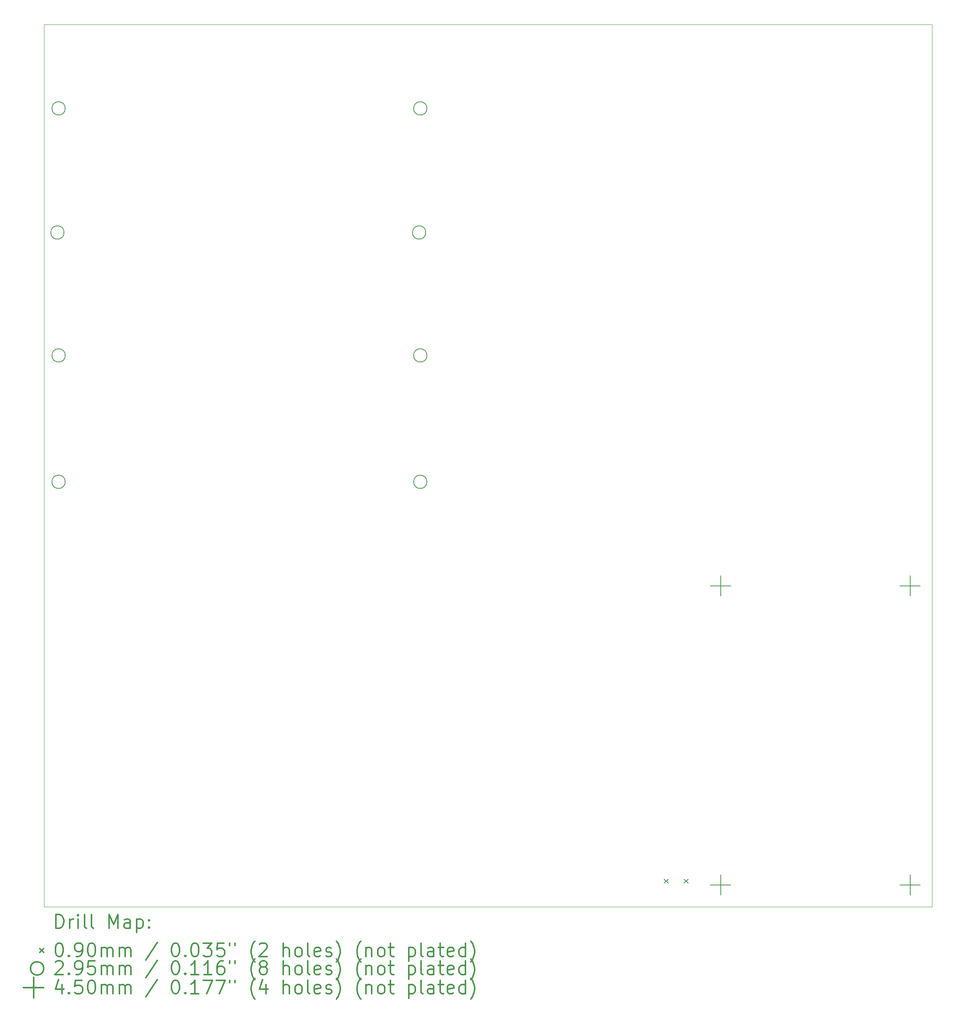
<source format=gbr>
%FSLAX45Y45*%
G04 Gerber Fmt 4.5, Leading zero omitted, Abs format (unit mm)*
G04 Created by KiCad (PCBNEW 4.0.4-stable) date 08/02/17 17:03:04*
%MOMM*%
%LPD*%
G01*
G04 APERTURE LIST*
%ADD10C,0.127000*%
%ADD11C,0.100000*%
%ADD12C,0.200000*%
%ADD13C,0.300000*%
G04 APERTURE END LIST*
D10*
D11*
X1772920Y-21031200D02*
X1772920Y-1526540D01*
X21417280Y-21031200D02*
X1772920Y-21031200D01*
X21417280Y-1524000D02*
X21417280Y-21031200D01*
X1772920Y-1524000D02*
X21417280Y-1524000D01*
D12*
X15490620Y-20417560D02*
X15580620Y-20507560D01*
X15580620Y-20417560D02*
X15490620Y-20507560D01*
X15930620Y-20417560D02*
X16020620Y-20507560D01*
X16020620Y-20417560D02*
X15930620Y-20507560D01*
X2217600Y-6121400D02*
G75*
G03X2217600Y-6121400I-147500J0D01*
G01*
X2243000Y-3378200D02*
G75*
G03X2243000Y-3378200I-147500J0D01*
G01*
X2243000Y-8839200D02*
G75*
G03X2243000Y-8839200I-147500J0D01*
G01*
X2243000Y-11633200D02*
G75*
G03X2243000Y-11633200I-147500J0D01*
G01*
X10218600Y-6121400D02*
G75*
G03X10218600Y-6121400I-147500J0D01*
G01*
X10244000Y-3378200D02*
G75*
G03X10244000Y-3378200I-147500J0D01*
G01*
X10244000Y-8839200D02*
G75*
G03X10244000Y-8839200I-147500J0D01*
G01*
X10244000Y-11633200D02*
G75*
G03X10244000Y-11633200I-147500J0D01*
G01*
X16738600Y-13709440D02*
X16738600Y-14159440D01*
X16513600Y-13934440D02*
X16963600Y-13934440D01*
X16738600Y-20319440D02*
X16738600Y-20769440D01*
X16513600Y-20544440D02*
X16963600Y-20544440D01*
X20929600Y-13709440D02*
X20929600Y-14159440D01*
X20704600Y-13934440D02*
X21154600Y-13934440D01*
X20929600Y-20319440D02*
X20929600Y-20769440D01*
X20704600Y-20544440D02*
X21154600Y-20544440D01*
D13*
X2039348Y-21501914D02*
X2039348Y-21201914D01*
X2110777Y-21201914D01*
X2153634Y-21216200D01*
X2182206Y-21244772D01*
X2196491Y-21273343D01*
X2210777Y-21330486D01*
X2210777Y-21373343D01*
X2196491Y-21430486D01*
X2182206Y-21459057D01*
X2153634Y-21487629D01*
X2110777Y-21501914D01*
X2039348Y-21501914D01*
X2339349Y-21501914D02*
X2339349Y-21301914D01*
X2339349Y-21359057D02*
X2353634Y-21330486D01*
X2367920Y-21316200D01*
X2396491Y-21301914D01*
X2425063Y-21301914D01*
X2525063Y-21501914D02*
X2525063Y-21301914D01*
X2525063Y-21201914D02*
X2510777Y-21216200D01*
X2525063Y-21230486D01*
X2539349Y-21216200D01*
X2525063Y-21201914D01*
X2525063Y-21230486D01*
X2710777Y-21501914D02*
X2682206Y-21487629D01*
X2667920Y-21459057D01*
X2667920Y-21201914D01*
X2867920Y-21501914D02*
X2839348Y-21487629D01*
X2825063Y-21459057D01*
X2825063Y-21201914D01*
X3210777Y-21501914D02*
X3210777Y-21201914D01*
X3310777Y-21416200D01*
X3410777Y-21201914D01*
X3410777Y-21501914D01*
X3682206Y-21501914D02*
X3682206Y-21344772D01*
X3667920Y-21316200D01*
X3639348Y-21301914D01*
X3582206Y-21301914D01*
X3553634Y-21316200D01*
X3682206Y-21487629D02*
X3653634Y-21501914D01*
X3582206Y-21501914D01*
X3553634Y-21487629D01*
X3539348Y-21459057D01*
X3539348Y-21430486D01*
X3553634Y-21401914D01*
X3582206Y-21387629D01*
X3653634Y-21387629D01*
X3682206Y-21373343D01*
X3825063Y-21301914D02*
X3825063Y-21601914D01*
X3825063Y-21316200D02*
X3853634Y-21301914D01*
X3910777Y-21301914D01*
X3939348Y-21316200D01*
X3953634Y-21330486D01*
X3967920Y-21359057D01*
X3967920Y-21444772D01*
X3953634Y-21473343D01*
X3939348Y-21487629D01*
X3910777Y-21501914D01*
X3853634Y-21501914D01*
X3825063Y-21487629D01*
X4096491Y-21473343D02*
X4110777Y-21487629D01*
X4096491Y-21501914D01*
X4082206Y-21487629D01*
X4096491Y-21473343D01*
X4096491Y-21501914D01*
X4096491Y-21316200D02*
X4110777Y-21330486D01*
X4096491Y-21344772D01*
X4082206Y-21330486D01*
X4096491Y-21316200D01*
X4096491Y-21344772D01*
X1677920Y-21951200D02*
X1767920Y-22041200D01*
X1767920Y-21951200D02*
X1677920Y-22041200D01*
X2096491Y-21831914D02*
X2125063Y-21831914D01*
X2153634Y-21846200D01*
X2167920Y-21860486D01*
X2182206Y-21889057D01*
X2196491Y-21946200D01*
X2196491Y-22017629D01*
X2182206Y-22074772D01*
X2167920Y-22103343D01*
X2153634Y-22117629D01*
X2125063Y-22131914D01*
X2096491Y-22131914D01*
X2067920Y-22117629D01*
X2053634Y-22103343D01*
X2039348Y-22074772D01*
X2025063Y-22017629D01*
X2025063Y-21946200D01*
X2039348Y-21889057D01*
X2053634Y-21860486D01*
X2067920Y-21846200D01*
X2096491Y-21831914D01*
X2325063Y-22103343D02*
X2339349Y-22117629D01*
X2325063Y-22131914D01*
X2310777Y-22117629D01*
X2325063Y-22103343D01*
X2325063Y-22131914D01*
X2482206Y-22131914D02*
X2539348Y-22131914D01*
X2567920Y-22117629D01*
X2582206Y-22103343D01*
X2610777Y-22060486D01*
X2625063Y-22003343D01*
X2625063Y-21889057D01*
X2610777Y-21860486D01*
X2596491Y-21846200D01*
X2567920Y-21831914D01*
X2510777Y-21831914D01*
X2482206Y-21846200D01*
X2467920Y-21860486D01*
X2453634Y-21889057D01*
X2453634Y-21960486D01*
X2467920Y-21989057D01*
X2482206Y-22003343D01*
X2510777Y-22017629D01*
X2567920Y-22017629D01*
X2596491Y-22003343D01*
X2610777Y-21989057D01*
X2625063Y-21960486D01*
X2810777Y-21831914D02*
X2839348Y-21831914D01*
X2867920Y-21846200D01*
X2882206Y-21860486D01*
X2896491Y-21889057D01*
X2910777Y-21946200D01*
X2910777Y-22017629D01*
X2896491Y-22074772D01*
X2882206Y-22103343D01*
X2867920Y-22117629D01*
X2839348Y-22131914D01*
X2810777Y-22131914D01*
X2782206Y-22117629D01*
X2767920Y-22103343D01*
X2753634Y-22074772D01*
X2739349Y-22017629D01*
X2739349Y-21946200D01*
X2753634Y-21889057D01*
X2767920Y-21860486D01*
X2782206Y-21846200D01*
X2810777Y-21831914D01*
X3039348Y-22131914D02*
X3039348Y-21931914D01*
X3039348Y-21960486D02*
X3053634Y-21946200D01*
X3082206Y-21931914D01*
X3125063Y-21931914D01*
X3153634Y-21946200D01*
X3167920Y-21974772D01*
X3167920Y-22131914D01*
X3167920Y-21974772D02*
X3182206Y-21946200D01*
X3210777Y-21931914D01*
X3253634Y-21931914D01*
X3282206Y-21946200D01*
X3296491Y-21974772D01*
X3296491Y-22131914D01*
X3439348Y-22131914D02*
X3439348Y-21931914D01*
X3439348Y-21960486D02*
X3453634Y-21946200D01*
X3482206Y-21931914D01*
X3525063Y-21931914D01*
X3553634Y-21946200D01*
X3567920Y-21974772D01*
X3567920Y-22131914D01*
X3567920Y-21974772D02*
X3582206Y-21946200D01*
X3610777Y-21931914D01*
X3653634Y-21931914D01*
X3682206Y-21946200D01*
X3696491Y-21974772D01*
X3696491Y-22131914D01*
X4282206Y-21817629D02*
X4025063Y-22203343D01*
X4667920Y-21831914D02*
X4696491Y-21831914D01*
X4725063Y-21846200D01*
X4739348Y-21860486D01*
X4753634Y-21889057D01*
X4767920Y-21946200D01*
X4767920Y-22017629D01*
X4753634Y-22074772D01*
X4739348Y-22103343D01*
X4725063Y-22117629D01*
X4696491Y-22131914D01*
X4667920Y-22131914D01*
X4639348Y-22117629D01*
X4625063Y-22103343D01*
X4610777Y-22074772D01*
X4596491Y-22017629D01*
X4596491Y-21946200D01*
X4610777Y-21889057D01*
X4625063Y-21860486D01*
X4639348Y-21846200D01*
X4667920Y-21831914D01*
X4896491Y-22103343D02*
X4910777Y-22117629D01*
X4896491Y-22131914D01*
X4882206Y-22117629D01*
X4896491Y-22103343D01*
X4896491Y-22131914D01*
X5096491Y-21831914D02*
X5125063Y-21831914D01*
X5153634Y-21846200D01*
X5167920Y-21860486D01*
X5182206Y-21889057D01*
X5196491Y-21946200D01*
X5196491Y-22017629D01*
X5182206Y-22074772D01*
X5167920Y-22103343D01*
X5153634Y-22117629D01*
X5125063Y-22131914D01*
X5096491Y-22131914D01*
X5067920Y-22117629D01*
X5053634Y-22103343D01*
X5039348Y-22074772D01*
X5025063Y-22017629D01*
X5025063Y-21946200D01*
X5039348Y-21889057D01*
X5053634Y-21860486D01*
X5067920Y-21846200D01*
X5096491Y-21831914D01*
X5296491Y-21831914D02*
X5482206Y-21831914D01*
X5382206Y-21946200D01*
X5425063Y-21946200D01*
X5453634Y-21960486D01*
X5467920Y-21974772D01*
X5482206Y-22003343D01*
X5482206Y-22074772D01*
X5467920Y-22103343D01*
X5453634Y-22117629D01*
X5425063Y-22131914D01*
X5339348Y-22131914D01*
X5310777Y-22117629D01*
X5296491Y-22103343D01*
X5753634Y-21831914D02*
X5610777Y-21831914D01*
X5596491Y-21974772D01*
X5610777Y-21960486D01*
X5639348Y-21946200D01*
X5710777Y-21946200D01*
X5739348Y-21960486D01*
X5753634Y-21974772D01*
X5767920Y-22003343D01*
X5767920Y-22074772D01*
X5753634Y-22103343D01*
X5739348Y-22117629D01*
X5710777Y-22131914D01*
X5639348Y-22131914D01*
X5610777Y-22117629D01*
X5596491Y-22103343D01*
X5882206Y-21831914D02*
X5882206Y-21889057D01*
X5996491Y-21831914D02*
X5996491Y-21889057D01*
X6439348Y-22246200D02*
X6425063Y-22231914D01*
X6396491Y-22189057D01*
X6382205Y-22160486D01*
X6367920Y-22117629D01*
X6353634Y-22046200D01*
X6353634Y-21989057D01*
X6367920Y-21917629D01*
X6382205Y-21874772D01*
X6396491Y-21846200D01*
X6425063Y-21803343D01*
X6439348Y-21789057D01*
X6539348Y-21860486D02*
X6553634Y-21846200D01*
X6582205Y-21831914D01*
X6653634Y-21831914D01*
X6682205Y-21846200D01*
X6696491Y-21860486D01*
X6710777Y-21889057D01*
X6710777Y-21917629D01*
X6696491Y-21960486D01*
X6525063Y-22131914D01*
X6710777Y-22131914D01*
X7067920Y-22131914D02*
X7067920Y-21831914D01*
X7196491Y-22131914D02*
X7196491Y-21974772D01*
X7182205Y-21946200D01*
X7153634Y-21931914D01*
X7110777Y-21931914D01*
X7082205Y-21946200D01*
X7067920Y-21960486D01*
X7382205Y-22131914D02*
X7353634Y-22117629D01*
X7339348Y-22103343D01*
X7325063Y-22074772D01*
X7325063Y-21989057D01*
X7339348Y-21960486D01*
X7353634Y-21946200D01*
X7382205Y-21931914D01*
X7425063Y-21931914D01*
X7453634Y-21946200D01*
X7467920Y-21960486D01*
X7482205Y-21989057D01*
X7482205Y-22074772D01*
X7467920Y-22103343D01*
X7453634Y-22117629D01*
X7425063Y-22131914D01*
X7382205Y-22131914D01*
X7653634Y-22131914D02*
X7625063Y-22117629D01*
X7610777Y-22089057D01*
X7610777Y-21831914D01*
X7882206Y-22117629D02*
X7853634Y-22131914D01*
X7796491Y-22131914D01*
X7767920Y-22117629D01*
X7753634Y-22089057D01*
X7753634Y-21974772D01*
X7767920Y-21946200D01*
X7796491Y-21931914D01*
X7853634Y-21931914D01*
X7882206Y-21946200D01*
X7896491Y-21974772D01*
X7896491Y-22003343D01*
X7753634Y-22031914D01*
X8010777Y-22117629D02*
X8039348Y-22131914D01*
X8096491Y-22131914D01*
X8125063Y-22117629D01*
X8139348Y-22089057D01*
X8139348Y-22074772D01*
X8125063Y-22046200D01*
X8096491Y-22031914D01*
X8053634Y-22031914D01*
X8025063Y-22017629D01*
X8010777Y-21989057D01*
X8010777Y-21974772D01*
X8025063Y-21946200D01*
X8053634Y-21931914D01*
X8096491Y-21931914D01*
X8125063Y-21946200D01*
X8239348Y-22246200D02*
X8253634Y-22231914D01*
X8282206Y-22189057D01*
X8296491Y-22160486D01*
X8310777Y-22117629D01*
X8325063Y-22046200D01*
X8325063Y-21989057D01*
X8310777Y-21917629D01*
X8296491Y-21874772D01*
X8282206Y-21846200D01*
X8253634Y-21803343D01*
X8239348Y-21789057D01*
X8782206Y-22246200D02*
X8767920Y-22231914D01*
X8739348Y-22189057D01*
X8725063Y-22160486D01*
X8710777Y-22117629D01*
X8696491Y-22046200D01*
X8696491Y-21989057D01*
X8710777Y-21917629D01*
X8725063Y-21874772D01*
X8739348Y-21846200D01*
X8767920Y-21803343D01*
X8782206Y-21789057D01*
X8896491Y-21931914D02*
X8896491Y-22131914D01*
X8896491Y-21960486D02*
X8910777Y-21946200D01*
X8939348Y-21931914D01*
X8982206Y-21931914D01*
X9010777Y-21946200D01*
X9025063Y-21974772D01*
X9025063Y-22131914D01*
X9210777Y-22131914D02*
X9182206Y-22117629D01*
X9167920Y-22103343D01*
X9153634Y-22074772D01*
X9153634Y-21989057D01*
X9167920Y-21960486D01*
X9182206Y-21946200D01*
X9210777Y-21931914D01*
X9253634Y-21931914D01*
X9282206Y-21946200D01*
X9296491Y-21960486D01*
X9310777Y-21989057D01*
X9310777Y-22074772D01*
X9296491Y-22103343D01*
X9282206Y-22117629D01*
X9253634Y-22131914D01*
X9210777Y-22131914D01*
X9396491Y-21931914D02*
X9510777Y-21931914D01*
X9439349Y-21831914D02*
X9439349Y-22089057D01*
X9453634Y-22117629D01*
X9482206Y-22131914D01*
X9510777Y-22131914D01*
X9839349Y-21931914D02*
X9839349Y-22231914D01*
X9839349Y-21946200D02*
X9867920Y-21931914D01*
X9925063Y-21931914D01*
X9953634Y-21946200D01*
X9967920Y-21960486D01*
X9982206Y-21989057D01*
X9982206Y-22074772D01*
X9967920Y-22103343D01*
X9953634Y-22117629D01*
X9925063Y-22131914D01*
X9867920Y-22131914D01*
X9839349Y-22117629D01*
X10153634Y-22131914D02*
X10125063Y-22117629D01*
X10110777Y-22089057D01*
X10110777Y-21831914D01*
X10396491Y-22131914D02*
X10396491Y-21974772D01*
X10382206Y-21946200D01*
X10353634Y-21931914D01*
X10296491Y-21931914D01*
X10267920Y-21946200D01*
X10396491Y-22117629D02*
X10367920Y-22131914D01*
X10296491Y-22131914D01*
X10267920Y-22117629D01*
X10253634Y-22089057D01*
X10253634Y-22060486D01*
X10267920Y-22031914D01*
X10296491Y-22017629D01*
X10367920Y-22017629D01*
X10396491Y-22003343D01*
X10496491Y-21931914D02*
X10610777Y-21931914D01*
X10539349Y-21831914D02*
X10539349Y-22089057D01*
X10553634Y-22117629D01*
X10582206Y-22131914D01*
X10610777Y-22131914D01*
X10825063Y-22117629D02*
X10796492Y-22131914D01*
X10739349Y-22131914D01*
X10710777Y-22117629D01*
X10696492Y-22089057D01*
X10696492Y-21974772D01*
X10710777Y-21946200D01*
X10739349Y-21931914D01*
X10796492Y-21931914D01*
X10825063Y-21946200D01*
X10839349Y-21974772D01*
X10839349Y-22003343D01*
X10696492Y-22031914D01*
X11096492Y-22131914D02*
X11096492Y-21831914D01*
X11096492Y-22117629D02*
X11067920Y-22131914D01*
X11010777Y-22131914D01*
X10982206Y-22117629D01*
X10967920Y-22103343D01*
X10953634Y-22074772D01*
X10953634Y-21989057D01*
X10967920Y-21960486D01*
X10982206Y-21946200D01*
X11010777Y-21931914D01*
X11067920Y-21931914D01*
X11096492Y-21946200D01*
X11210777Y-22246200D02*
X11225063Y-22231914D01*
X11253634Y-22189057D01*
X11267920Y-22160486D01*
X11282206Y-22117629D01*
X11296491Y-22046200D01*
X11296491Y-21989057D01*
X11282206Y-21917629D01*
X11267920Y-21874772D01*
X11253634Y-21846200D01*
X11225063Y-21803343D01*
X11210777Y-21789057D01*
X1767920Y-22392200D02*
G75*
G03X1767920Y-22392200I-147500J0D01*
G01*
X2025063Y-22256486D02*
X2039348Y-22242200D01*
X2067920Y-22227914D01*
X2139349Y-22227914D01*
X2167920Y-22242200D01*
X2182206Y-22256486D01*
X2196491Y-22285057D01*
X2196491Y-22313629D01*
X2182206Y-22356486D01*
X2010777Y-22527914D01*
X2196491Y-22527914D01*
X2325063Y-22499343D02*
X2339349Y-22513629D01*
X2325063Y-22527914D01*
X2310777Y-22513629D01*
X2325063Y-22499343D01*
X2325063Y-22527914D01*
X2482206Y-22527914D02*
X2539348Y-22527914D01*
X2567920Y-22513629D01*
X2582206Y-22499343D01*
X2610777Y-22456486D01*
X2625063Y-22399343D01*
X2625063Y-22285057D01*
X2610777Y-22256486D01*
X2596491Y-22242200D01*
X2567920Y-22227914D01*
X2510777Y-22227914D01*
X2482206Y-22242200D01*
X2467920Y-22256486D01*
X2453634Y-22285057D01*
X2453634Y-22356486D01*
X2467920Y-22385057D01*
X2482206Y-22399343D01*
X2510777Y-22413629D01*
X2567920Y-22413629D01*
X2596491Y-22399343D01*
X2610777Y-22385057D01*
X2625063Y-22356486D01*
X2896491Y-22227914D02*
X2753634Y-22227914D01*
X2739349Y-22370771D01*
X2753634Y-22356486D01*
X2782206Y-22342200D01*
X2853634Y-22342200D01*
X2882206Y-22356486D01*
X2896491Y-22370771D01*
X2910777Y-22399343D01*
X2910777Y-22470771D01*
X2896491Y-22499343D01*
X2882206Y-22513629D01*
X2853634Y-22527914D01*
X2782206Y-22527914D01*
X2753634Y-22513629D01*
X2739349Y-22499343D01*
X3039348Y-22527914D02*
X3039348Y-22327914D01*
X3039348Y-22356486D02*
X3053634Y-22342200D01*
X3082206Y-22327914D01*
X3125063Y-22327914D01*
X3153634Y-22342200D01*
X3167920Y-22370771D01*
X3167920Y-22527914D01*
X3167920Y-22370771D02*
X3182206Y-22342200D01*
X3210777Y-22327914D01*
X3253634Y-22327914D01*
X3282206Y-22342200D01*
X3296491Y-22370771D01*
X3296491Y-22527914D01*
X3439348Y-22527914D02*
X3439348Y-22327914D01*
X3439348Y-22356486D02*
X3453634Y-22342200D01*
X3482206Y-22327914D01*
X3525063Y-22327914D01*
X3553634Y-22342200D01*
X3567920Y-22370771D01*
X3567920Y-22527914D01*
X3567920Y-22370771D02*
X3582206Y-22342200D01*
X3610777Y-22327914D01*
X3653634Y-22327914D01*
X3682206Y-22342200D01*
X3696491Y-22370771D01*
X3696491Y-22527914D01*
X4282206Y-22213629D02*
X4025063Y-22599343D01*
X4667920Y-22227914D02*
X4696491Y-22227914D01*
X4725063Y-22242200D01*
X4739348Y-22256486D01*
X4753634Y-22285057D01*
X4767920Y-22342200D01*
X4767920Y-22413629D01*
X4753634Y-22470771D01*
X4739348Y-22499343D01*
X4725063Y-22513629D01*
X4696491Y-22527914D01*
X4667920Y-22527914D01*
X4639348Y-22513629D01*
X4625063Y-22499343D01*
X4610777Y-22470771D01*
X4596491Y-22413629D01*
X4596491Y-22342200D01*
X4610777Y-22285057D01*
X4625063Y-22256486D01*
X4639348Y-22242200D01*
X4667920Y-22227914D01*
X4896491Y-22499343D02*
X4910777Y-22513629D01*
X4896491Y-22527914D01*
X4882206Y-22513629D01*
X4896491Y-22499343D01*
X4896491Y-22527914D01*
X5196491Y-22527914D02*
X5025063Y-22527914D01*
X5110777Y-22527914D02*
X5110777Y-22227914D01*
X5082206Y-22270772D01*
X5053634Y-22299343D01*
X5025063Y-22313629D01*
X5482206Y-22527914D02*
X5310777Y-22527914D01*
X5396491Y-22527914D02*
X5396491Y-22227914D01*
X5367920Y-22270772D01*
X5339348Y-22299343D01*
X5310777Y-22313629D01*
X5739348Y-22227914D02*
X5682205Y-22227914D01*
X5653634Y-22242200D01*
X5639348Y-22256486D01*
X5610777Y-22299343D01*
X5596491Y-22356486D01*
X5596491Y-22470771D01*
X5610777Y-22499343D01*
X5625063Y-22513629D01*
X5653634Y-22527914D01*
X5710777Y-22527914D01*
X5739348Y-22513629D01*
X5753634Y-22499343D01*
X5767920Y-22470771D01*
X5767920Y-22399343D01*
X5753634Y-22370771D01*
X5739348Y-22356486D01*
X5710777Y-22342200D01*
X5653634Y-22342200D01*
X5625063Y-22356486D01*
X5610777Y-22370771D01*
X5596491Y-22399343D01*
X5882206Y-22227914D02*
X5882206Y-22285057D01*
X5996491Y-22227914D02*
X5996491Y-22285057D01*
X6439348Y-22642200D02*
X6425063Y-22627914D01*
X6396491Y-22585057D01*
X6382205Y-22556486D01*
X6367920Y-22513629D01*
X6353634Y-22442200D01*
X6353634Y-22385057D01*
X6367920Y-22313629D01*
X6382205Y-22270772D01*
X6396491Y-22242200D01*
X6425063Y-22199343D01*
X6439348Y-22185057D01*
X6596491Y-22356486D02*
X6567920Y-22342200D01*
X6553634Y-22327914D01*
X6539348Y-22299343D01*
X6539348Y-22285057D01*
X6553634Y-22256486D01*
X6567920Y-22242200D01*
X6596491Y-22227914D01*
X6653634Y-22227914D01*
X6682205Y-22242200D01*
X6696491Y-22256486D01*
X6710777Y-22285057D01*
X6710777Y-22299343D01*
X6696491Y-22327914D01*
X6682205Y-22342200D01*
X6653634Y-22356486D01*
X6596491Y-22356486D01*
X6567920Y-22370771D01*
X6553634Y-22385057D01*
X6539348Y-22413629D01*
X6539348Y-22470771D01*
X6553634Y-22499343D01*
X6567920Y-22513629D01*
X6596491Y-22527914D01*
X6653634Y-22527914D01*
X6682205Y-22513629D01*
X6696491Y-22499343D01*
X6710777Y-22470771D01*
X6710777Y-22413629D01*
X6696491Y-22385057D01*
X6682205Y-22370771D01*
X6653634Y-22356486D01*
X7067920Y-22527914D02*
X7067920Y-22227914D01*
X7196491Y-22527914D02*
X7196491Y-22370771D01*
X7182205Y-22342200D01*
X7153634Y-22327914D01*
X7110777Y-22327914D01*
X7082205Y-22342200D01*
X7067920Y-22356486D01*
X7382205Y-22527914D02*
X7353634Y-22513629D01*
X7339348Y-22499343D01*
X7325063Y-22470771D01*
X7325063Y-22385057D01*
X7339348Y-22356486D01*
X7353634Y-22342200D01*
X7382205Y-22327914D01*
X7425063Y-22327914D01*
X7453634Y-22342200D01*
X7467920Y-22356486D01*
X7482205Y-22385057D01*
X7482205Y-22470771D01*
X7467920Y-22499343D01*
X7453634Y-22513629D01*
X7425063Y-22527914D01*
X7382205Y-22527914D01*
X7653634Y-22527914D02*
X7625063Y-22513629D01*
X7610777Y-22485057D01*
X7610777Y-22227914D01*
X7882206Y-22513629D02*
X7853634Y-22527914D01*
X7796491Y-22527914D01*
X7767920Y-22513629D01*
X7753634Y-22485057D01*
X7753634Y-22370771D01*
X7767920Y-22342200D01*
X7796491Y-22327914D01*
X7853634Y-22327914D01*
X7882206Y-22342200D01*
X7896491Y-22370771D01*
X7896491Y-22399343D01*
X7753634Y-22427914D01*
X8010777Y-22513629D02*
X8039348Y-22527914D01*
X8096491Y-22527914D01*
X8125063Y-22513629D01*
X8139348Y-22485057D01*
X8139348Y-22470771D01*
X8125063Y-22442200D01*
X8096491Y-22427914D01*
X8053634Y-22427914D01*
X8025063Y-22413629D01*
X8010777Y-22385057D01*
X8010777Y-22370771D01*
X8025063Y-22342200D01*
X8053634Y-22327914D01*
X8096491Y-22327914D01*
X8125063Y-22342200D01*
X8239348Y-22642200D02*
X8253634Y-22627914D01*
X8282206Y-22585057D01*
X8296491Y-22556486D01*
X8310777Y-22513629D01*
X8325063Y-22442200D01*
X8325063Y-22385057D01*
X8310777Y-22313629D01*
X8296491Y-22270772D01*
X8282206Y-22242200D01*
X8253634Y-22199343D01*
X8239348Y-22185057D01*
X8782206Y-22642200D02*
X8767920Y-22627914D01*
X8739348Y-22585057D01*
X8725063Y-22556486D01*
X8710777Y-22513629D01*
X8696491Y-22442200D01*
X8696491Y-22385057D01*
X8710777Y-22313629D01*
X8725063Y-22270772D01*
X8739348Y-22242200D01*
X8767920Y-22199343D01*
X8782206Y-22185057D01*
X8896491Y-22327914D02*
X8896491Y-22527914D01*
X8896491Y-22356486D02*
X8910777Y-22342200D01*
X8939348Y-22327914D01*
X8982206Y-22327914D01*
X9010777Y-22342200D01*
X9025063Y-22370771D01*
X9025063Y-22527914D01*
X9210777Y-22527914D02*
X9182206Y-22513629D01*
X9167920Y-22499343D01*
X9153634Y-22470771D01*
X9153634Y-22385057D01*
X9167920Y-22356486D01*
X9182206Y-22342200D01*
X9210777Y-22327914D01*
X9253634Y-22327914D01*
X9282206Y-22342200D01*
X9296491Y-22356486D01*
X9310777Y-22385057D01*
X9310777Y-22470771D01*
X9296491Y-22499343D01*
X9282206Y-22513629D01*
X9253634Y-22527914D01*
X9210777Y-22527914D01*
X9396491Y-22327914D02*
X9510777Y-22327914D01*
X9439349Y-22227914D02*
X9439349Y-22485057D01*
X9453634Y-22513629D01*
X9482206Y-22527914D01*
X9510777Y-22527914D01*
X9839349Y-22327914D02*
X9839349Y-22627914D01*
X9839349Y-22342200D02*
X9867920Y-22327914D01*
X9925063Y-22327914D01*
X9953634Y-22342200D01*
X9967920Y-22356486D01*
X9982206Y-22385057D01*
X9982206Y-22470771D01*
X9967920Y-22499343D01*
X9953634Y-22513629D01*
X9925063Y-22527914D01*
X9867920Y-22527914D01*
X9839349Y-22513629D01*
X10153634Y-22527914D02*
X10125063Y-22513629D01*
X10110777Y-22485057D01*
X10110777Y-22227914D01*
X10396491Y-22527914D02*
X10396491Y-22370771D01*
X10382206Y-22342200D01*
X10353634Y-22327914D01*
X10296491Y-22327914D01*
X10267920Y-22342200D01*
X10396491Y-22513629D02*
X10367920Y-22527914D01*
X10296491Y-22527914D01*
X10267920Y-22513629D01*
X10253634Y-22485057D01*
X10253634Y-22456486D01*
X10267920Y-22427914D01*
X10296491Y-22413629D01*
X10367920Y-22413629D01*
X10396491Y-22399343D01*
X10496491Y-22327914D02*
X10610777Y-22327914D01*
X10539349Y-22227914D02*
X10539349Y-22485057D01*
X10553634Y-22513629D01*
X10582206Y-22527914D01*
X10610777Y-22527914D01*
X10825063Y-22513629D02*
X10796492Y-22527914D01*
X10739349Y-22527914D01*
X10710777Y-22513629D01*
X10696492Y-22485057D01*
X10696492Y-22370771D01*
X10710777Y-22342200D01*
X10739349Y-22327914D01*
X10796492Y-22327914D01*
X10825063Y-22342200D01*
X10839349Y-22370771D01*
X10839349Y-22399343D01*
X10696492Y-22427914D01*
X11096492Y-22527914D02*
X11096492Y-22227914D01*
X11096492Y-22513629D02*
X11067920Y-22527914D01*
X11010777Y-22527914D01*
X10982206Y-22513629D01*
X10967920Y-22499343D01*
X10953634Y-22470771D01*
X10953634Y-22385057D01*
X10967920Y-22356486D01*
X10982206Y-22342200D01*
X11010777Y-22327914D01*
X11067920Y-22327914D01*
X11096492Y-22342200D01*
X11210777Y-22642200D02*
X11225063Y-22627914D01*
X11253634Y-22585057D01*
X11267920Y-22556486D01*
X11282206Y-22513629D01*
X11296491Y-22442200D01*
X11296491Y-22385057D01*
X11282206Y-22313629D01*
X11267920Y-22270772D01*
X11253634Y-22242200D01*
X11225063Y-22199343D01*
X11210777Y-22185057D01*
X1542920Y-22592200D02*
X1542920Y-23042200D01*
X1317920Y-22817200D02*
X1767920Y-22817200D01*
X2167920Y-22752914D02*
X2167920Y-22952914D01*
X2096491Y-22638629D02*
X2025063Y-22852914D01*
X2210777Y-22852914D01*
X2325063Y-22924343D02*
X2339349Y-22938629D01*
X2325063Y-22952914D01*
X2310777Y-22938629D01*
X2325063Y-22924343D01*
X2325063Y-22952914D01*
X2610777Y-22652914D02*
X2467920Y-22652914D01*
X2453634Y-22795771D01*
X2467920Y-22781486D01*
X2496491Y-22767200D01*
X2567920Y-22767200D01*
X2596491Y-22781486D01*
X2610777Y-22795771D01*
X2625063Y-22824343D01*
X2625063Y-22895771D01*
X2610777Y-22924343D01*
X2596491Y-22938629D01*
X2567920Y-22952914D01*
X2496491Y-22952914D01*
X2467920Y-22938629D01*
X2453634Y-22924343D01*
X2810777Y-22652914D02*
X2839348Y-22652914D01*
X2867920Y-22667200D01*
X2882206Y-22681486D01*
X2896491Y-22710057D01*
X2910777Y-22767200D01*
X2910777Y-22838629D01*
X2896491Y-22895771D01*
X2882206Y-22924343D01*
X2867920Y-22938629D01*
X2839348Y-22952914D01*
X2810777Y-22952914D01*
X2782206Y-22938629D01*
X2767920Y-22924343D01*
X2753634Y-22895771D01*
X2739349Y-22838629D01*
X2739349Y-22767200D01*
X2753634Y-22710057D01*
X2767920Y-22681486D01*
X2782206Y-22667200D01*
X2810777Y-22652914D01*
X3039348Y-22952914D02*
X3039348Y-22752914D01*
X3039348Y-22781486D02*
X3053634Y-22767200D01*
X3082206Y-22752914D01*
X3125063Y-22752914D01*
X3153634Y-22767200D01*
X3167920Y-22795771D01*
X3167920Y-22952914D01*
X3167920Y-22795771D02*
X3182206Y-22767200D01*
X3210777Y-22752914D01*
X3253634Y-22752914D01*
X3282206Y-22767200D01*
X3296491Y-22795771D01*
X3296491Y-22952914D01*
X3439348Y-22952914D02*
X3439348Y-22752914D01*
X3439348Y-22781486D02*
X3453634Y-22767200D01*
X3482206Y-22752914D01*
X3525063Y-22752914D01*
X3553634Y-22767200D01*
X3567920Y-22795771D01*
X3567920Y-22952914D01*
X3567920Y-22795771D02*
X3582206Y-22767200D01*
X3610777Y-22752914D01*
X3653634Y-22752914D01*
X3682206Y-22767200D01*
X3696491Y-22795771D01*
X3696491Y-22952914D01*
X4282206Y-22638629D02*
X4025063Y-23024343D01*
X4667920Y-22652914D02*
X4696491Y-22652914D01*
X4725063Y-22667200D01*
X4739348Y-22681486D01*
X4753634Y-22710057D01*
X4767920Y-22767200D01*
X4767920Y-22838629D01*
X4753634Y-22895771D01*
X4739348Y-22924343D01*
X4725063Y-22938629D01*
X4696491Y-22952914D01*
X4667920Y-22952914D01*
X4639348Y-22938629D01*
X4625063Y-22924343D01*
X4610777Y-22895771D01*
X4596491Y-22838629D01*
X4596491Y-22767200D01*
X4610777Y-22710057D01*
X4625063Y-22681486D01*
X4639348Y-22667200D01*
X4667920Y-22652914D01*
X4896491Y-22924343D02*
X4910777Y-22938629D01*
X4896491Y-22952914D01*
X4882206Y-22938629D01*
X4896491Y-22924343D01*
X4896491Y-22952914D01*
X5196491Y-22952914D02*
X5025063Y-22952914D01*
X5110777Y-22952914D02*
X5110777Y-22652914D01*
X5082206Y-22695771D01*
X5053634Y-22724343D01*
X5025063Y-22738629D01*
X5296491Y-22652914D02*
X5496491Y-22652914D01*
X5367920Y-22952914D01*
X5582206Y-22652914D02*
X5782205Y-22652914D01*
X5653634Y-22952914D01*
X5882206Y-22652914D02*
X5882206Y-22710057D01*
X5996491Y-22652914D02*
X5996491Y-22710057D01*
X6439348Y-23067200D02*
X6425063Y-23052914D01*
X6396491Y-23010057D01*
X6382205Y-22981486D01*
X6367920Y-22938629D01*
X6353634Y-22867200D01*
X6353634Y-22810057D01*
X6367920Y-22738629D01*
X6382205Y-22695771D01*
X6396491Y-22667200D01*
X6425063Y-22624343D01*
X6439348Y-22610057D01*
X6682205Y-22752914D02*
X6682205Y-22952914D01*
X6610777Y-22638629D02*
X6539348Y-22852914D01*
X6725063Y-22852914D01*
X7067920Y-22952914D02*
X7067920Y-22652914D01*
X7196491Y-22952914D02*
X7196491Y-22795771D01*
X7182205Y-22767200D01*
X7153634Y-22752914D01*
X7110777Y-22752914D01*
X7082205Y-22767200D01*
X7067920Y-22781486D01*
X7382205Y-22952914D02*
X7353634Y-22938629D01*
X7339348Y-22924343D01*
X7325063Y-22895771D01*
X7325063Y-22810057D01*
X7339348Y-22781486D01*
X7353634Y-22767200D01*
X7382205Y-22752914D01*
X7425063Y-22752914D01*
X7453634Y-22767200D01*
X7467920Y-22781486D01*
X7482205Y-22810057D01*
X7482205Y-22895771D01*
X7467920Y-22924343D01*
X7453634Y-22938629D01*
X7425063Y-22952914D01*
X7382205Y-22952914D01*
X7653634Y-22952914D02*
X7625063Y-22938629D01*
X7610777Y-22910057D01*
X7610777Y-22652914D01*
X7882206Y-22938629D02*
X7853634Y-22952914D01*
X7796491Y-22952914D01*
X7767920Y-22938629D01*
X7753634Y-22910057D01*
X7753634Y-22795771D01*
X7767920Y-22767200D01*
X7796491Y-22752914D01*
X7853634Y-22752914D01*
X7882206Y-22767200D01*
X7896491Y-22795771D01*
X7896491Y-22824343D01*
X7753634Y-22852914D01*
X8010777Y-22938629D02*
X8039348Y-22952914D01*
X8096491Y-22952914D01*
X8125063Y-22938629D01*
X8139348Y-22910057D01*
X8139348Y-22895771D01*
X8125063Y-22867200D01*
X8096491Y-22852914D01*
X8053634Y-22852914D01*
X8025063Y-22838629D01*
X8010777Y-22810057D01*
X8010777Y-22795771D01*
X8025063Y-22767200D01*
X8053634Y-22752914D01*
X8096491Y-22752914D01*
X8125063Y-22767200D01*
X8239348Y-23067200D02*
X8253634Y-23052914D01*
X8282206Y-23010057D01*
X8296491Y-22981486D01*
X8310777Y-22938629D01*
X8325063Y-22867200D01*
X8325063Y-22810057D01*
X8310777Y-22738629D01*
X8296491Y-22695771D01*
X8282206Y-22667200D01*
X8253634Y-22624343D01*
X8239348Y-22610057D01*
X8782206Y-23067200D02*
X8767920Y-23052914D01*
X8739348Y-23010057D01*
X8725063Y-22981486D01*
X8710777Y-22938629D01*
X8696491Y-22867200D01*
X8696491Y-22810057D01*
X8710777Y-22738629D01*
X8725063Y-22695771D01*
X8739348Y-22667200D01*
X8767920Y-22624343D01*
X8782206Y-22610057D01*
X8896491Y-22752914D02*
X8896491Y-22952914D01*
X8896491Y-22781486D02*
X8910777Y-22767200D01*
X8939348Y-22752914D01*
X8982206Y-22752914D01*
X9010777Y-22767200D01*
X9025063Y-22795771D01*
X9025063Y-22952914D01*
X9210777Y-22952914D02*
X9182206Y-22938629D01*
X9167920Y-22924343D01*
X9153634Y-22895771D01*
X9153634Y-22810057D01*
X9167920Y-22781486D01*
X9182206Y-22767200D01*
X9210777Y-22752914D01*
X9253634Y-22752914D01*
X9282206Y-22767200D01*
X9296491Y-22781486D01*
X9310777Y-22810057D01*
X9310777Y-22895771D01*
X9296491Y-22924343D01*
X9282206Y-22938629D01*
X9253634Y-22952914D01*
X9210777Y-22952914D01*
X9396491Y-22752914D02*
X9510777Y-22752914D01*
X9439349Y-22652914D02*
X9439349Y-22910057D01*
X9453634Y-22938629D01*
X9482206Y-22952914D01*
X9510777Y-22952914D01*
X9839349Y-22752914D02*
X9839349Y-23052914D01*
X9839349Y-22767200D02*
X9867920Y-22752914D01*
X9925063Y-22752914D01*
X9953634Y-22767200D01*
X9967920Y-22781486D01*
X9982206Y-22810057D01*
X9982206Y-22895771D01*
X9967920Y-22924343D01*
X9953634Y-22938629D01*
X9925063Y-22952914D01*
X9867920Y-22952914D01*
X9839349Y-22938629D01*
X10153634Y-22952914D02*
X10125063Y-22938629D01*
X10110777Y-22910057D01*
X10110777Y-22652914D01*
X10396491Y-22952914D02*
X10396491Y-22795771D01*
X10382206Y-22767200D01*
X10353634Y-22752914D01*
X10296491Y-22752914D01*
X10267920Y-22767200D01*
X10396491Y-22938629D02*
X10367920Y-22952914D01*
X10296491Y-22952914D01*
X10267920Y-22938629D01*
X10253634Y-22910057D01*
X10253634Y-22881486D01*
X10267920Y-22852914D01*
X10296491Y-22838629D01*
X10367920Y-22838629D01*
X10396491Y-22824343D01*
X10496491Y-22752914D02*
X10610777Y-22752914D01*
X10539349Y-22652914D02*
X10539349Y-22910057D01*
X10553634Y-22938629D01*
X10582206Y-22952914D01*
X10610777Y-22952914D01*
X10825063Y-22938629D02*
X10796492Y-22952914D01*
X10739349Y-22952914D01*
X10710777Y-22938629D01*
X10696492Y-22910057D01*
X10696492Y-22795771D01*
X10710777Y-22767200D01*
X10739349Y-22752914D01*
X10796492Y-22752914D01*
X10825063Y-22767200D01*
X10839349Y-22795771D01*
X10839349Y-22824343D01*
X10696492Y-22852914D01*
X11096492Y-22952914D02*
X11096492Y-22652914D01*
X11096492Y-22938629D02*
X11067920Y-22952914D01*
X11010777Y-22952914D01*
X10982206Y-22938629D01*
X10967920Y-22924343D01*
X10953634Y-22895771D01*
X10953634Y-22810057D01*
X10967920Y-22781486D01*
X10982206Y-22767200D01*
X11010777Y-22752914D01*
X11067920Y-22752914D01*
X11096492Y-22767200D01*
X11210777Y-23067200D02*
X11225063Y-23052914D01*
X11253634Y-23010057D01*
X11267920Y-22981486D01*
X11282206Y-22938629D01*
X11296491Y-22867200D01*
X11296491Y-22810057D01*
X11282206Y-22738629D01*
X11267920Y-22695771D01*
X11253634Y-22667200D01*
X11225063Y-22624343D01*
X11210777Y-22610057D01*
M02*

</source>
